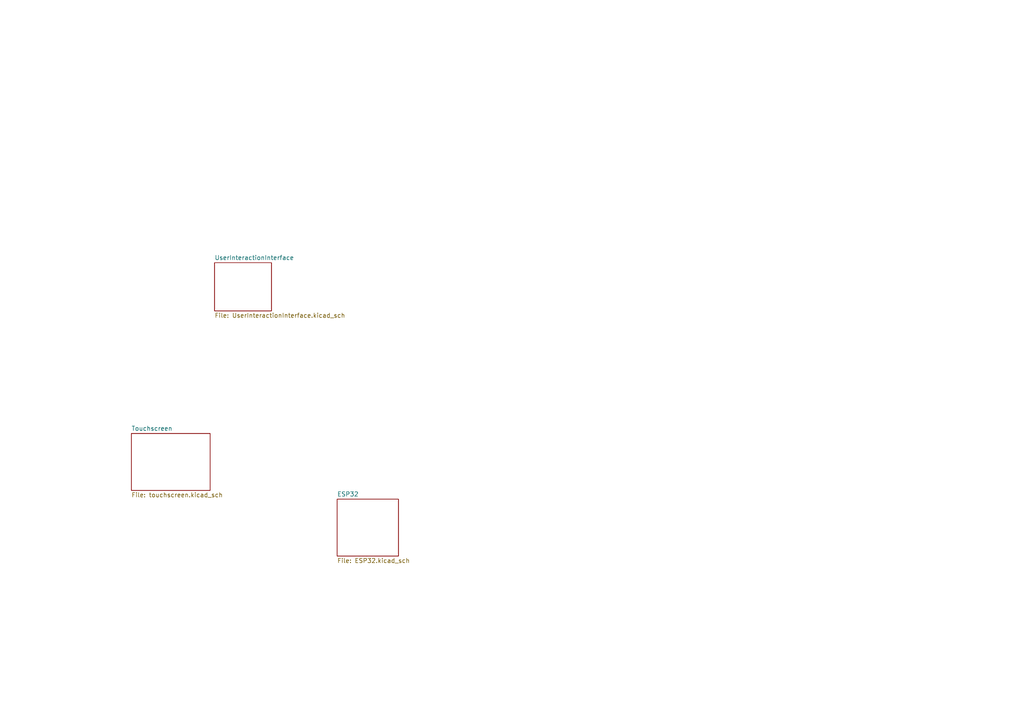
<source format=kicad_sch>
(kicad_sch
	(version 20231120)
	(generator "eeschema")
	(generator_version "8.0")
	(uuid "eb18a3da-9fbf-4329-a814-1afab785c817")
	(paper "A4")
	(lib_symbols)
	(sheet
		(at 38.1 125.73)
		(size 22.86 16.51)
		(fields_autoplaced yes)
		(stroke
			(width 0.1524)
			(type solid)
		)
		(fill
			(color 0 0 0 0.0000)
		)
		(uuid "67632014-9533-4d19-bf73-9999e4378812")
		(property "Sheetname" "Touchscreen"
			(at 38.1 125.0184 0)
			(effects
				(font
					(size 1.27 1.27)
				)
				(justify left bottom)
			)
		)
		(property "Sheetfile" "touchscreen.kicad_sch"
			(at 38.1 142.8246 0)
			(effects
				(font
					(size 1.27 1.27)
				)
				(justify left top)
			)
		)
		(instances
			(project "jd2oscope"
				(path "/eb18a3da-9fbf-4329-a814-1afab785c817"
					(page "2")
				)
			)
		)
	)
	(sheet
		(at 97.79 144.78)
		(size 17.78 16.51)
		(fields_autoplaced yes)
		(stroke
			(width 0.1524)
			(type solid)
		)
		(fill
			(color 0 0 0 0.0000)
		)
		(uuid "e414f658-4339-4fb7-8e2d-b0ad6b8f4867")
		(property "Sheetname" "ESP32"
			(at 97.79 144.0684 0)
			(effects
				(font
					(size 1.27 1.27)
				)
				(justify left bottom)
			)
		)
		(property "Sheetfile" "ESP32.kicad_sch"
			(at 97.79 161.8746 0)
			(effects
				(font
					(size 1.27 1.27)
				)
				(justify left top)
			)
		)
		(instances
			(project "jd2oscope"
				(path "/eb18a3da-9fbf-4329-a814-1afab785c817"
					(page "3")
				)
			)
		)
	)
	(sheet
		(at 62.23 76.2)
		(size 16.51 13.97)
		(fields_autoplaced yes)
		(stroke
			(width 0.1524)
			(type solid)
		)
		(fill
			(color 0 0 0 0.0000)
		)
		(uuid "f294aeb4-74cb-4e6d-9359-f488ce20d6b7")
		(property "Sheetname" "UserInteractionInterface"
			(at 62.23 75.4884 0)
			(effects
				(font
					(size 1.27 1.27)
				)
				(justify left bottom)
			)
		)
		(property "Sheetfile" "UserInteractionInterface.kicad_sch"
			(at 62.23 90.7546 0)
			(effects
				(font
					(size 1.27 1.27)
				)
				(justify left top)
			)
		)
		(instances
			(project "jd2oscope"
				(path "/eb18a3da-9fbf-4329-a814-1afab785c817"
					(page "5")
				)
			)
		)
	)
	(sheet_instances
		(path "/"
			(page "1")
		)
	)
)

</source>
